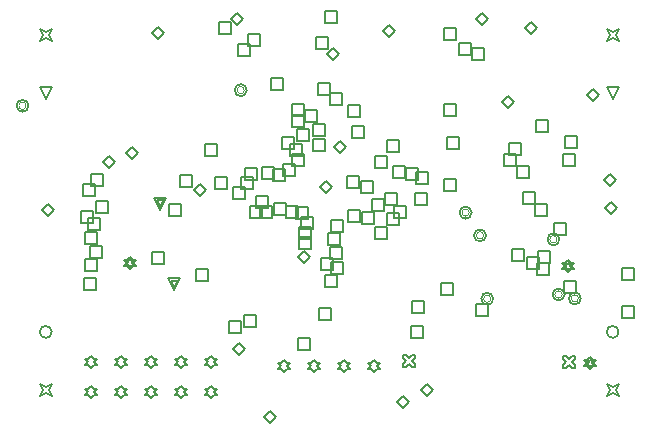
<source format=gbr>
G04*
G04 #@! TF.GenerationSoftware,Altium Limited,Altium Designer,24.0.1 (36)*
G04*
G04 Layer_Color=2752767*
%FSLAX25Y25*%
%MOIN*%
G70*
G04*
G04 #@! TF.SameCoordinates,BD3E70BB-0697-4B71-9AF7-6C14A59E7EE9*
G04*
G04*
G04 #@! TF.FilePolarity,Positive*
G04*
G01*
G75*
%ADD120C,0.00500*%
%ADD121C,0.00667*%
%ADD122C,0.00400*%
D120*
X202724Y13748D02*
X203724Y15748D01*
X202724Y17748D01*
X204724Y16748D01*
X206724Y17748D01*
X205724Y15748D01*
X206724Y13748D01*
X204724Y14748D01*
X202724Y13748D01*
Y131858D02*
X203724Y133858D01*
X202724Y135858D01*
X204724Y134858D01*
X206724Y135858D01*
X205724Y133858D01*
X206724Y131858D01*
X204724Y132858D01*
X202724Y131858D01*
X13748D02*
X14748Y133858D01*
X13748Y135858D01*
X15748Y134858D01*
X17748Y135858D01*
X16748Y133858D01*
X17748Y131858D01*
X15748Y132858D01*
X13748Y131858D01*
Y13748D02*
X14748Y15748D01*
X13748Y17748D01*
X15748Y16748D01*
X17748Y17748D01*
X16748Y15748D01*
X17748Y13748D01*
X15748Y14748D01*
X13748Y13748D01*
X30700Y13000D02*
X31700Y14000D01*
X32700D01*
X31700Y15000D01*
X32700Y16000D01*
X31700D01*
X30700Y17000D01*
X29700Y16000D01*
X28700D01*
X29700Y15000D01*
X28700Y14000D01*
X29700D01*
X30700Y13000D01*
Y23000D02*
X31700Y24000D01*
X32700D01*
X31700Y25000D01*
X32700Y26000D01*
X31700D01*
X30700Y27000D01*
X29700Y26000D01*
X28700D01*
X29700Y25000D01*
X28700Y24000D01*
X29700D01*
X30700Y23000D01*
X40700Y13000D02*
X41700Y14000D01*
X42700D01*
X41700Y15000D01*
X42700Y16000D01*
X41700D01*
X40700Y17000D01*
X39700Y16000D01*
X38700D01*
X39700Y15000D01*
X38700Y14000D01*
X39700D01*
X40700Y13000D01*
Y23000D02*
X41700Y24000D01*
X42700D01*
X41700Y25000D01*
X42700Y26000D01*
X41700D01*
X40700Y27000D01*
X39700Y26000D01*
X38700D01*
X39700Y25000D01*
X38700Y24000D01*
X39700D01*
X40700Y23000D01*
X50700Y13000D02*
X51700Y14000D01*
X52700D01*
X51700Y15000D01*
X52700Y16000D01*
X51700D01*
X50700Y17000D01*
X49700Y16000D01*
X48700D01*
X49700Y15000D01*
X48700Y14000D01*
X49700D01*
X50700Y13000D01*
Y23000D02*
X51700Y24000D01*
X52700D01*
X51700Y25000D01*
X52700Y26000D01*
X51700D01*
X50700Y27000D01*
X49700Y26000D01*
X48700D01*
X49700Y25000D01*
X48700Y24000D01*
X49700D01*
X50700Y23000D01*
X60700Y13000D02*
X61700Y14000D01*
X62700D01*
X61700Y15000D01*
X62700Y16000D01*
X61700D01*
X60700Y17000D01*
X59700Y16000D01*
X58700D01*
X59700Y15000D01*
X58700Y14000D01*
X59700D01*
X60700Y13000D01*
Y23000D02*
X61700Y24000D01*
X62700D01*
X61700Y25000D01*
X62700Y26000D01*
X61700D01*
X60700Y27000D01*
X59700Y26000D01*
X58700D01*
X59700Y25000D01*
X58700Y24000D01*
X59700D01*
X60700Y23000D01*
X70700Y13000D02*
X71700Y14000D01*
X72700D01*
X71700Y15000D01*
X72700Y16000D01*
X71700D01*
X70700Y17000D01*
X69700Y16000D01*
X68700D01*
X69700Y15000D01*
X68700Y14000D01*
X69700D01*
X70700Y13000D01*
Y23000D02*
X71700Y24000D01*
X72700D01*
X71700Y25000D01*
X72700Y26000D01*
X71700D01*
X70700Y27000D01*
X69700Y26000D01*
X68700D01*
X69700Y25000D01*
X68700Y24000D01*
X69700D01*
X70700Y23000D01*
X125236Y21622D02*
X126236Y22622D01*
X127236D01*
X126236Y23622D01*
X127236Y24622D01*
X126236D01*
X125236Y25622D01*
X124236Y24622D01*
X123236D01*
X124236Y23622D01*
X123236Y22622D01*
X124236D01*
X125236Y21622D01*
X115236D02*
X116236Y22622D01*
X117236D01*
X116236Y23622D01*
X117236Y24622D01*
X116236D01*
X115236Y25622D01*
X114236Y24622D01*
X113236D01*
X114236Y23622D01*
X113236Y22622D01*
X114236D01*
X115236Y21622D01*
X105236D02*
X106236Y22622D01*
X107236D01*
X106236Y23622D01*
X107236Y24622D01*
X106236D01*
X105236Y25622D01*
X104236Y24622D01*
X103236D01*
X104236Y23622D01*
X103236Y22622D01*
X104236D01*
X105236Y21622D01*
X95236D02*
X96236Y22622D01*
X97236D01*
X96236Y23622D01*
X97236Y24622D01*
X96236D01*
X95236Y25622D01*
X94236Y24622D01*
X93236D01*
X94236Y23622D01*
X93236Y22622D01*
X94236D01*
X95236Y21622D01*
X109400Y127700D02*
X111400Y129700D01*
X113400Y127700D01*
X111400Y125700D01*
X109400Y127700D01*
X106000Y129400D02*
Y133400D01*
X110000D01*
Y129400D01*
X106000D01*
X83222Y130378D02*
Y134378D01*
X87222D01*
Y130378D01*
X83222D01*
X72329Y82595D02*
Y86595D01*
X76329D01*
Y82595D01*
X72329D01*
X82222Y85822D02*
Y89822D01*
X86222D01*
Y85822D01*
X82222D01*
X68861Y93701D02*
Y97701D01*
X72861D01*
Y93701D01*
X68861D01*
X80819Y82677D02*
Y86677D01*
X84819D01*
Y82677D01*
X80819D01*
X171087Y58513D02*
Y62513D01*
X175087D01*
Y58513D01*
X171087D01*
X178861Y73738D02*
Y77738D01*
X182861D01*
Y73738D01*
X178861D01*
X185318Y67408D02*
Y71408D01*
X189318D01*
Y67408D01*
X185318D01*
X179691Y57917D02*
Y61917D01*
X183691D01*
Y57917D01*
X179691D01*
X179468Y54088D02*
Y58088D01*
X183468D01*
Y54088D01*
X179468D01*
X176056Y55844D02*
Y59844D01*
X180056D01*
Y55844D01*
X176056D01*
X188500Y48077D02*
Y52077D01*
X192500D01*
Y48077D01*
X188500D01*
X137500Y33100D02*
Y37100D01*
X141500D01*
Y33100D01*
X137500D01*
X147500Y47300D02*
Y51300D01*
X151500D01*
Y47300D01*
X147500D01*
X170108Y94092D02*
Y98092D01*
X174108D01*
Y94092D01*
X170108D01*
X168500Y90400D02*
Y94400D01*
X172500D01*
Y90400D01*
X168500D01*
X159200Y40177D02*
Y44177D01*
X163200D01*
Y40177D01*
X159200D01*
X173000Y86400D02*
Y90400D01*
X177000D01*
Y86400D01*
X173000D01*
X197300Y22600D02*
X198300Y23600D01*
X199300D01*
X198300Y24600D01*
X199300Y25600D01*
X198300D01*
X197300Y26600D01*
X196300Y25600D01*
X195300D01*
X196300Y24600D01*
X195300Y23600D01*
X196300D01*
X197300Y22600D01*
Y23400D02*
X197900Y24000D01*
X198500D01*
X197900Y24600D01*
X198500Y25200D01*
X197900D01*
X197300Y25800D01*
X196700Y25200D01*
X196100D01*
X196700Y24600D01*
X196100Y24000D01*
X196700D01*
X197300Y23400D01*
X202100Y76500D02*
X204100Y78500D01*
X206100Y76500D01*
X204100Y74500D01*
X202100Y76500D01*
X111900Y96615D02*
X113900Y98615D01*
X115900Y96615D01*
X113900Y94615D01*
X111900Y96615D01*
X104830Y95170D02*
Y99170D01*
X108830D01*
Y95170D01*
X104830D01*
X100192Y66055D02*
Y70055D01*
X104192D01*
Y66055D01*
X100192D01*
X100800Y69400D02*
Y73400D01*
X104800D01*
Y69400D01*
X100800D01*
X100046Y62554D02*
Y66554D01*
X104046D01*
Y62554D01*
X100046D01*
X99300Y72600D02*
Y76600D01*
X103300D01*
Y72600D01*
X99300D01*
X95800Y73000D02*
Y77000D01*
X99800D01*
Y73000D01*
X95800D01*
X87161Y72939D02*
Y76938D01*
X91162D01*
Y72939D01*
X87161D01*
X92000Y74100D02*
Y78100D01*
X96000D01*
Y74100D01*
X92000D01*
X99721Y60079D02*
X101721Y62079D01*
X103721Y60079D01*
X101721Y58079D01*
X99721Y60079D01*
X85800Y76188D02*
Y80189D01*
X89800D01*
Y76188D01*
X85800D01*
X83752Y72848D02*
Y76848D01*
X87752D01*
Y72848D01*
X83752D01*
X97087Y93514D02*
Y97514D01*
X101086D01*
Y93514D01*
X97087D01*
X97890Y90210D02*
Y94210D01*
X101890D01*
Y90210D01*
X97890D01*
X94400Y96100D02*
Y100100D01*
X98400D01*
Y96100D01*
X94400D01*
X94757Y87076D02*
Y91076D01*
X98757D01*
Y87076D01*
X94757D01*
X91500Y85500D02*
Y89500D01*
X95500D01*
Y85500D01*
X91500D01*
X87900Y86100D02*
Y90100D01*
X91900D01*
Y86100D01*
X87900D01*
X148500Y132500D02*
Y136500D01*
X152500D01*
Y132500D01*
X148500D01*
X137700Y41200D02*
Y45200D01*
X141700D01*
Y41200D01*
X137700D01*
X189868Y54877D02*
X190868Y55877D01*
X191868D01*
X190868Y56877D01*
X191868Y57877D01*
X190868D01*
X189868Y58877D01*
X188868Y57877D01*
X187868D01*
X188868Y56877D01*
X187868Y55877D01*
X188868D01*
X189868Y54877D01*
Y55677D02*
X190468Y56277D01*
X191068D01*
X190468Y56877D01*
X191068Y57477D01*
X190468D01*
X189868Y58077D01*
X189268Y57477D01*
X188668D01*
X189268Y56877D01*
X188668Y56277D01*
X189268D01*
X189868Y55677D01*
X76900Y34700D02*
Y38700D01*
X80900D01*
Y34700D01*
X76900D01*
X81900Y36600D02*
Y40600D01*
X85900D01*
Y36600D01*
X81900D01*
X51008Y57808D02*
Y61808D01*
X55008D01*
Y57808D01*
X51008D01*
X65700Y51900D02*
Y55900D01*
X69700D01*
Y51900D01*
X65700D01*
X129530Y95111D02*
Y99111D01*
X133530D01*
Y95111D01*
X129530D01*
X125400Y89600D02*
Y93600D01*
X129400D01*
Y89600D01*
X125400D01*
X131703Y73160D02*
Y77160D01*
X135703D01*
Y73160D01*
X131703D01*
X129415Y70645D02*
Y74645D01*
X133415D01*
Y70645D01*
X129415D01*
X102200Y105100D02*
Y109100D01*
X106200D01*
Y105100D01*
X102200D01*
X138914Y77300D02*
Y81300D01*
X142914D01*
Y77300D01*
X138914D01*
X116586Y106514D02*
Y110514D01*
X120586D01*
Y106514D01*
X116586D01*
X117972Y99685D02*
Y103685D01*
X121972D01*
Y99685D01*
X117972D01*
X149600Y96000D02*
Y100000D01*
X153600D01*
Y96000D01*
X149600D01*
X148347Y106997D02*
Y110997D01*
X152347D01*
Y106997D01*
X148347D01*
X135700Y85727D02*
Y89727D01*
X139700D01*
Y85727D01*
X135700D01*
X131527Y86173D02*
Y90173D01*
X135527D01*
Y86173D01*
X131527D01*
X139298Y84343D02*
Y88344D01*
X143298D01*
Y84343D01*
X139298D01*
X179100Y101800D02*
Y105800D01*
X183100D01*
Y101800D01*
X179100D01*
X207773Y52307D02*
Y56307D01*
X211773D01*
Y52307D01*
X207773D01*
X43800Y56000D02*
X44800Y57000D01*
X45800D01*
X44800Y58000D01*
X45800Y59000D01*
X44800D01*
X43800Y60000D01*
X42800Y59000D01*
X41800D01*
X42800Y58000D01*
X41800Y57000D01*
X42800D01*
X43800Y56000D01*
Y56800D02*
X44400Y57400D01*
X45000D01*
X44400Y58000D01*
X45000Y58600D01*
X44400D01*
X43800Y59200D01*
X43200Y58600D01*
X42600D01*
X43200Y58000D01*
X42600Y57400D01*
X43200D01*
X43800Y56800D01*
X58600Y48900D02*
X56600Y52900D01*
X60600D01*
X58600Y48900D01*
Y49700D02*
X57400Y52100D01*
X59800D01*
X58600Y49700D01*
X157900Y125600D02*
Y129600D01*
X161900D01*
Y125600D01*
X157900D01*
X91000Y115800D02*
Y119800D01*
X95000D01*
Y115800D01*
X91000D01*
X77600Y139400D02*
X79600Y141400D01*
X81600Y139400D01*
X79600Y137400D01*
X77600Y139400D01*
X175500Y136200D02*
X177500Y138200D01*
X179500Y136200D01*
X177500Y134200D01*
X175500Y136200D01*
X88500Y6700D02*
X90500Y8700D01*
X92500Y6700D01*
X90500Y4700D01*
X88500Y6700D01*
X133000Y11700D02*
X135000Y13700D01*
X137000Y11700D01*
X135000Y9700D01*
X133000Y11700D01*
X196200Y114100D02*
X198200Y116100D01*
X200200Y114100D01*
X198200Y112100D01*
X196200Y114100D01*
X167700Y111700D02*
X169700Y113700D01*
X171700Y111700D01*
X169700Y109700D01*
X167700Y111700D01*
X65100Y82300D02*
X67100Y84300D01*
X69100Y82300D01*
X67100Y80300D01*
X65100Y82300D01*
X42400Y94700D02*
X44400Y96700D01*
X46400Y94700D01*
X44400Y92700D01*
X42400Y94700D01*
X34700Y91800D02*
X36700Y93800D01*
X38700Y91800D01*
X36700Y89800D01*
X34700Y91800D01*
X57000Y73600D02*
Y77600D01*
X61000D01*
Y73600D01*
X57000D01*
X108957Y138000D02*
Y142000D01*
X112957D01*
Y138000D01*
X108957D01*
X159100Y139300D02*
X161100Y141300D01*
X163100Y139300D01*
X161100Y137300D01*
X159100Y139300D01*
X110764Y54200D02*
Y58200D01*
X114764D01*
Y54200D01*
X110764D01*
X107600Y55600D02*
Y59600D01*
X111600D01*
Y55600D01*
X107600D01*
X28514Y49108D02*
Y53108D01*
X32514D01*
Y49108D01*
X28514D01*
X97900Y106900D02*
Y110900D01*
X101900D01*
Y106900D01*
X97900D01*
X97738Y103438D02*
Y107439D01*
X101739D01*
Y103438D01*
X97738D01*
X148500Y82000D02*
Y86000D01*
X152500D01*
Y82000D01*
X148500D01*
X73400Y134300D02*
Y138300D01*
X77400D01*
Y134300D01*
X73400D01*
X110400Y59400D02*
Y63400D01*
X114400D01*
Y59400D01*
X110400D01*
X125500Y66100D02*
Y70100D01*
X129500D01*
Y66100D01*
X125500D01*
X121200Y71000D02*
Y75000D01*
X125200D01*
Y71000D01*
X121200D01*
X124400Y75400D02*
Y79400D01*
X128400D01*
Y75400D01*
X124400D01*
X128800Y77400D02*
Y81400D01*
X132800D01*
Y77400D01*
X128800D01*
X60521Y83500D02*
Y87500D01*
X64521D01*
Y83500D01*
X60521D01*
X53900Y75800D02*
X51900Y79800D01*
X55900D01*
X53900Y75800D01*
Y76600D02*
X52700Y79000D01*
X55100D01*
X53900Y76600D01*
X32500Y74700D02*
Y78700D01*
X36500D01*
Y74700D01*
X32500D01*
X30800Y83700D02*
Y87700D01*
X34800D01*
Y83700D01*
X30800D01*
X188200Y23000D02*
X189200D01*
X190200Y24000D01*
X191200Y23000D01*
X192200D01*
Y24000D01*
X191200Y25000D01*
X192200Y26000D01*
Y27000D01*
X191200D01*
X190200Y26000D01*
X189200Y27000D01*
X188200D01*
Y26000D01*
X189200Y25000D01*
X188200Y24000D01*
Y23000D01*
X80000Y126900D02*
Y130900D01*
X84000D01*
Y126900D01*
X80000D01*
X51200Y134600D02*
X53200Y136600D01*
X55200Y134600D01*
X53200Y132600D01*
X51200Y134600D01*
X128300Y135200D02*
X130300Y137200D01*
X132300Y135200D01*
X130300Y133200D01*
X128300Y135200D01*
X14400Y75600D02*
X16400Y77600D01*
X18400Y75600D01*
X16400Y73600D01*
X14400Y75600D01*
X202000Y85700D02*
X204000Y87700D01*
X206000Y85700D01*
X204000Y83700D01*
X202000Y85700D01*
X140800Y15600D02*
X142800Y17600D01*
X144800Y15600D01*
X142800Y13600D01*
X140800Y15600D01*
X78200Y29300D02*
X80200Y31300D01*
X82200Y29300D01*
X80200Y27300D01*
X78200Y29300D01*
X107042Y83200D02*
X109042Y85200D01*
X111042Y83200D01*
X109042Y81200D01*
X107042Y83200D01*
X99800Y28900D02*
Y32900D01*
X103800D01*
Y28900D01*
X99800D01*
X106900Y39000D02*
Y43000D01*
X110900D01*
Y39000D01*
X106900D01*
X108735Y49935D02*
Y53935D01*
X112735D01*
Y49935D01*
X108735D01*
X111000Y68500D02*
Y72500D01*
X115000D01*
Y68500D01*
X111000D01*
X109900Y63900D02*
Y67900D01*
X113900D01*
Y63900D01*
X109900D01*
X106500Y114000D02*
Y118000D01*
X110500D01*
Y114000D01*
X106500D01*
X110527Y110673D02*
Y114673D01*
X114527D01*
Y110673D01*
X110527D01*
X120800Y81200D02*
Y85200D01*
X124800D01*
Y81200D01*
X120800D01*
X116200Y83000D02*
Y87000D01*
X120200D01*
Y83000D01*
X116200D01*
X134894Y23290D02*
X135894D01*
X136894Y24290D01*
X137894Y23290D01*
X138894D01*
Y24290D01*
X137894Y25290D01*
X138894Y26290D01*
Y27290D01*
X137894D01*
X136894Y26290D01*
X135894Y27290D01*
X134894D01*
Y26290D01*
X135894Y25290D01*
X134894Y24290D01*
Y23290D01*
X174800Y77800D02*
Y81800D01*
X178800D01*
Y77800D01*
X174800D01*
X188200Y90200D02*
Y94200D01*
X192200D01*
Y90200D01*
X188200D01*
X188672Y96400D02*
Y100400D01*
X192672D01*
Y96400D01*
X188672D01*
X204724Y112567D02*
X202724Y116567D01*
X206724D01*
X204724Y112567D01*
X153500Y127500D02*
Y131500D01*
X157500D01*
Y127500D01*
X153500D01*
X99600Y98800D02*
Y102800D01*
X103600D01*
Y98800D01*
X99600D01*
X104800Y100300D02*
Y104300D01*
X108800D01*
Y100300D01*
X104800D01*
X78106Y79406D02*
Y83406D01*
X82106D01*
Y79406D01*
X78106D01*
X116500Y71800D02*
Y75800D01*
X120500D01*
Y71800D01*
X116500D01*
X207773Y39756D02*
Y43756D01*
X211773D01*
Y39756D01*
X207773D01*
X28300Y80400D02*
Y84400D01*
X32300D01*
Y80400D01*
X28300D01*
X30612Y59789D02*
Y63788D01*
X34611D01*
Y59789D01*
X30612D01*
X30001Y69099D02*
Y73099D01*
X34001D01*
Y69099D01*
X30001D01*
X28797Y55202D02*
Y59202D01*
X32797D01*
Y55202D01*
X28797D01*
Y64218D02*
Y68218D01*
X32797D01*
Y64218D01*
X28797D01*
X27350Y71228D02*
Y75228D01*
X31350D01*
Y71228D01*
X27350D01*
X15748Y112567D02*
X13748Y116567D01*
X17748D01*
X15748Y112567D01*
D121*
X186983Y65917D02*
G03*
X186983Y65917I-2000J0D01*
G01*
X164917Y46100D02*
G03*
X164917Y46100I-2000J0D01*
G01*
X157700Y74772D02*
G03*
X157700Y74772I-2000J0D01*
G01*
X194104Y46195D02*
G03*
X194104Y46195I-2000J0D01*
G01*
X188700Y47500D02*
G03*
X188700Y47500I-2000J0D01*
G01*
X162505Y67200D02*
G03*
X162505Y67200I-2000J0D01*
G01*
X82728Y115615D02*
G03*
X82728Y115615I-2000J0D01*
G01*
X10000Y110400D02*
G03*
X10000Y110400I-2000J0D01*
G01*
X206724Y35039D02*
G03*
X206724Y35039I-2000J0D01*
G01*
X17748D02*
G03*
X17748Y35039I-2000J0D01*
G01*
D122*
X186183Y65917D02*
G03*
X186183Y65917I-1200J0D01*
G01*
X164117Y46100D02*
G03*
X164117Y46100I-1200J0D01*
G01*
X156900Y74772D02*
G03*
X156900Y74772I-1200J0D01*
G01*
X193304Y46195D02*
G03*
X193304Y46195I-1200J0D01*
G01*
X187900Y47500D02*
G03*
X187900Y47500I-1200J0D01*
G01*
X161705Y67200D02*
G03*
X161705Y67200I-1200J0D01*
G01*
X81928Y115615D02*
G03*
X81928Y115615I-1200J0D01*
G01*
X9200Y110400D02*
G03*
X9200Y110400I-1200J0D01*
G01*
M02*

</source>
